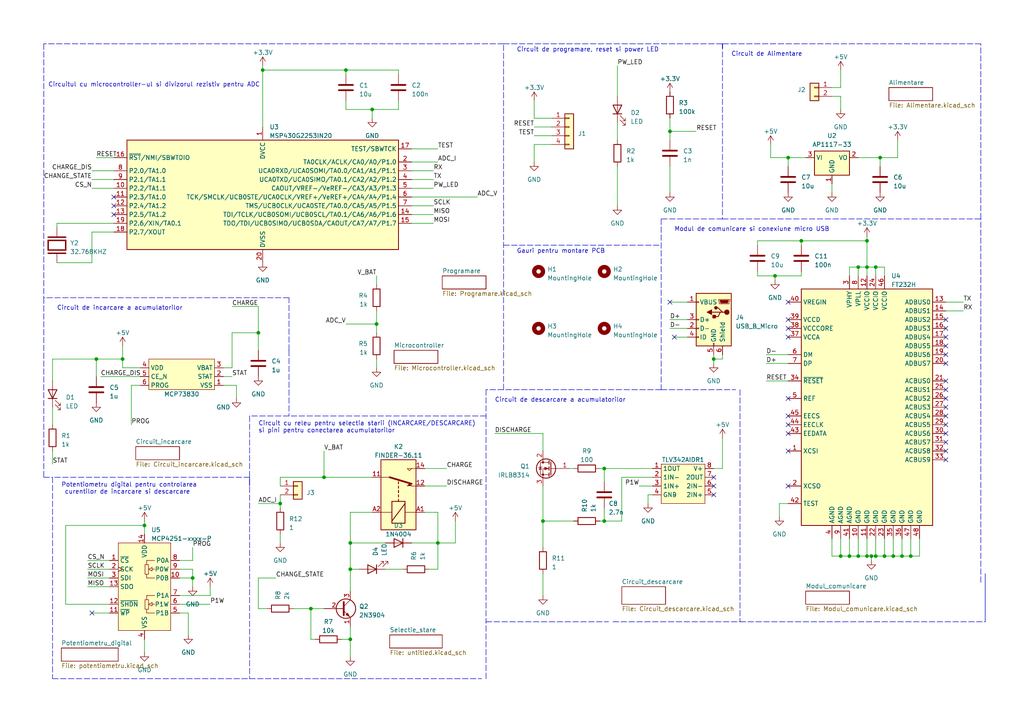
<source format=kicad_sch>
(kicad_sch (version 20230121) (generator eeschema)
  (paper "A4")
  (lib_symbols
    (symbol "ABS07-32.768KHZ-T:ABS07-32.768KHZ-T" (pin_numbers hide) (pin_names (offset 1.016) hide)
      (property "Reference" "Y" (at -5.08 3.81 0))
      (property "Value" "ABS07-32.768KHZ-T" (at -5.1054 -5.1054 0))
      (symbol "ABS07-32.768KHZ-T_0_0"
        (pin passive line (at -5.08 0 0) (length 2.54) (name "~") (number "1"))
        (pin passive line (at 5.08 0 180) (length 2.54) (name "~") (number "2"))
      )
    )
    (symbol "Connector:USB_B_Micro" (pin_names (offset 1.016))
      (property "Reference" "J" (at -5.08 11.43 0))
      (property "Value" "USB_B_Micro" (at -5.08 8.89 0))
      (symbol "USB_B_Micro_1_1"
        (pin power_out line (at 7.62 5.08 180) (length 2.54) (name "VBUS") (number "1"))
        (pin bidirectional line (at 7.62 -2.54 180) (length 2.54) (name "D-") (number "2"))
        (pin bidirectional line (at 7.62 0 180) (length 2.54) (name "D+") (number "3"))
        (pin passive line (at 7.62 -5.08 180) (length 2.54) (name "ID") (number "4"))
        (pin power_out line (at 0 -10.16 90) (length 2.54) (name "GND") (number "5"))
        (pin passive line (at -2.54 -10.16 90) (length 2.54) (name "Shield") (number "6"))
      )
    )
    (symbol "Connector_Generic:Conn_01x02" (pin_names (offset 1.016) hide)
      (property "Reference" "J" (at 0 2.54 0))
      (property "Value" "Conn_01x02" (at 0 -5.08 0))
      (symbol "Conn_01x02_1_1"
        (pin passive line (at -5.08 0 0) (length 3.81) (name "Pin_1") (number "1"))
        (pin passive line (at -5.08 -2.54 0) (length 3.81) (name "Pin_2") (number "2"))
      )
    )
    (symbol "Connector_Generic:Conn_01x04" (pin_names (offset 1.016) hide)
      (property "Reference" "J" (at 0 5.08 0))
      (property "Value" "Conn_01x04" (at 0 -7.62 0))
      (symbol "Conn_01x04_1_1"
        (pin passive line (at -5.08 2.54 0) (length 3.81) (name "Pin_1") (number "1"))
        (pin passive line (at -5.08 0 0) (length 3.81) (name "Pin_2") (number "2"))
        (pin passive line (at -5.08 -2.54 0) (length 3.81) (name "Pin_3") (number "3"))
        (pin passive line (at -5.08 -5.08 0) (length 3.81) (name "Pin_4") (number "4"))
      )
    )
    (symbol "Device:C" (pin_numbers hide) (pin_names (offset 0.254))
      (property "Reference" "C" (at 0.635 2.54 0))
      (property "Value" "C" (at 0.635 -2.54 0))
      (symbol "C_1_1"
        (pin passive line (at 0 3.81 270) (length 2.794) (name "~") (number "1"))
        (pin passive line (at 0 -3.81 90) (length 2.794) (name "~") (number "2"))
      )
    )
    (symbol "Device:LED" (pin_numbers hide) (pin_names (offset 1.016) hide)
      (property "Reference" "D" (at 0 2.54 0))
      (property "Value" "LED" (at 0 -2.54 0))
      (symbol "LED_1_1"
        (pin passive line (at -3.81 0 0) (length 2.54) (name "K") (number "1"))
        (pin passive line (at 3.81 0 180) (length 2.54) (name "A") (number "2"))
      )
    )
    (symbol "Device:R" (pin_numbers hide) (pin_names (offset 0))
      (property "Reference" "R" (at 2.032 0 90))
      (property "Value" "R" (at 0 0 90))
      (symbol "R_1_1"
        (pin passive line (at 0 3.81 270) (length 1.27) (name "~") (number "1"))
        (pin passive line (at 0 -3.81 90) (length 1.27) (name "~") (number "2"))
      )
    )
    (symbol "Diode:1N4004" (pin_numbers hide) (pin_names hide)
      (property "Reference" "D" (at 0 2.54 0))
      (property "Value" "1N4004" (at 0 -2.54 0))
      (symbol "1N4004_1_1"
        (pin passive line (at -3.81 0 0) (length 2.54) (name "K") (number "1"))
        (pin passive line (at 3.81 0 180) (length 2.54) (name "A") (number "2"))
      )
    )
    (symbol "Interface_USB:FT232H"
      (property "Reference" "U" (at -19.05 35.56 0))
      (property "Value" "FT232H" (at 12.7 35.56 0))
      (symbol "FT232H_1_1"
        (pin input line (at -22.86 -12.7 0) (length 3.81) (name "XCSI") (number "1"))
        (pin power_in line (at -2.54 -38.1 90) (length 3.81) (name "GND") (number "10"))
        (pin power_in line (at 0 -38.1 90) (length 3.81) (name "GND") (number "11"))
        (pin power_in line (at 0 38.1 270) (length 3.81) (name "VCCIO") (number "12"))
        (pin bidirectional line (at 22.86 30.48 180) (length 3.81) (name "ADBUS0") (number "13"))
        (pin bidirectional line (at 22.86 27.94 180) (length 3.81) (name "ADBUS1") (number "14"))
        (pin bidirectional line (at 22.86 25.4 180) (length 3.81) (name "ADBUS2") (number "15"))
        (pin bidirectional line (at 22.86 22.86 180) (length 3.81) (name "ADBUS3") (number "16"))
        (pin bidirectional line (at 22.86 20.32 180) (length 3.81) (name "ADBUS4") (number "17"))
        (pin bidirectional line (at 22.86 17.78 180) (length 3.81) (name "ADBUS5") (number "18"))
        (pin bidirectional line (at 22.86 15.24 180) (length 3.81) (name "ADBUS6") (number "19"))
        (pin output line (at -22.86 -22.86 0) (length 3.81) (name "XCSO") (number "2"))
        (pin bidirectional line (at 22.86 12.7 180) (length 3.81) (name "ADBUS7") (number "20"))
        (pin bidirectional line (at 22.86 7.62 180) (length 3.81) (name "ACBUS0") (number "21"))
        (pin power_in line (at 2.54 -38.1 90) (length 3.81) (name "GND") (number "22"))
        (pin power_in line (at 5.08 -38.1 90) (length 3.81) (name "GND") (number "23"))
        (pin power_in line (at 2.54 38.1 270) (length 3.81) (name "VCCIO") (number "24"))
        (pin bidirectional line (at 22.86 5.08 180) (length 3.81) (name "ACBUS1") (number "25"))
        (pin bidirectional line (at 22.86 2.54 180) (length 3.81) (name "ACBUS2") (number "26"))
        (pin bidirectional line (at 22.86 0 180) (length 3.81) (name "ACBUS3") (number "27"))
        (pin bidirectional line (at 22.86 -2.54 180) (length 3.81) (name "ACBUS4") (number "28"))
        (pin bidirectional line (at 22.86 -5.08 180) (length 3.81) (name "ACBUS5") (number "29"))
        (pin power_in line (at -5.08 38.1 270) (length 3.81) (name "VPHY") (number "3"))
        (pin bidirectional line (at 22.86 -7.62 180) (length 3.81) (name "ACBUS6") (number "30"))
        (pin bidirectional line (at 22.86 -10.16 180) (length 3.81) (name "ACBUS7") (number "31"))
        (pin bidirectional line (at 22.86 -12.7 180) (length 3.81) (name "ACBUS8") (number "32"))
        (pin bidirectional line (at 22.86 -15.24 180) (length 3.81) (name "ACBUS9") (number "33"))
        (pin input line (at -22.86 7.62 0) (length 3.81) (name "~{RESET}") (number "34"))
        (pin power_in line (at 7.62 -38.1 90) (length 3.81) (name "GND") (number "35"))
        (pin power_in line (at 10.16 -38.1 90) (length 3.81) (name "GND") (number "36"))
        (pin power_out line (at -22.86 20.32 0) (length 3.81) (name "VCCA") (number "37"))
        (pin power_out line (at -22.86 22.86 0) (length 3.81) (name "VCCCORE") (number "38"))
        (pin power_in line (at -22.86 25.4 0) (length 3.81) (name "VCCD") (number "39"))
        (pin power_in line (at -10.16 -38.1 90) (length 3.81) (name "AGND") (number "4"))
        (pin power_in line (at -22.86 30.48 0) (length 3.81) (name "VREGIN") (number "40"))
        (pin power_in line (at -5.08 -38.1 90) (length 3.81) (name "AGND") (number "41"))
        (pin input line (at -22.86 -27.94 0) (length 3.81) (name "TEST") (number "42"))
        (pin bidirectional line (at -22.86 -7.62 0) (length 3.81) (name "EEDATA") (number "43"))
        (pin input line (at -22.86 -5.08 0) (length 3.81) (name "EECLK") (number "44"))
        (pin input line (at -22.86 -2.54 0) (length 3.81) (name "EECS") (number "45"))
        (pin power_in line (at 5.08 38.1 270) (length 3.81) (name "VCCIO") (number "46"))
        (pin power_in line (at 12.7 -38.1 90) (length 3.81) (name "GND") (number "47"))
        (pin power_in line (at 15.24 -38.1 90) (length 3.81) (name "GND") (number "48"))
        (pin input line (at -22.86 2.54 0) (length 3.81) (name "REF") (number "5"))
        (pin bidirectional line (at -22.86 15.24 0) (length 3.81) (name "DM") (number "6"))
        (pin bidirectional line (at -22.86 12.7 0) (length 3.81) (name "DP") (number "7"))
        (pin power_in line (at -2.54 38.1 270) (length 3.81) (name "VPLL") (number "8"))
        (pin power_in line (at -7.62 -38.1 90) (length 3.81) (name "AGND") (number "9"))
      )
    )
    (symbol "MCU_Texas_MSP430:MSP430G2253IN20"
      (property "Reference" "U" (at -38.1 17.78 0))
      (property "Value" "MSP430G2253IN20" (at 31.75 -16.51 0))
      (symbol "MSP430G2253IN20_1_1"
        (pin power_in line (at 0 20.32 270) (length 3.81) (name "DVCC") (number "1"))
        (pin bidirectional line (at -43.18 2.54 0) (length 3.81) (name "P2.2/TA1.1") (number "10"))
        (pin bidirectional line (at -43.18 0 0) (length 3.81) (name "P2.3/TA1.0") (number "11"))
        (pin bidirectional line (at -43.18 -2.54 0) (length 3.81) (name "P2.4/TA1.2") (number "12"))
        (pin bidirectional line (at -43.18 -5.08 0) (length 3.81) (name "P2.5/TA1.2") (number "13"))
        (pin bidirectional line (at 43.18 -5.08 180) (length 3.81) (name "TDI/TCLK/UCB0SOMI/UCB0SCL/TA0.1/CA6/A6/P1.6") (number "14"))
        (pin bidirectional line (at 43.18 -7.62 180) (length 3.81) (name "TDO/TDI/UCB0SIMO/UCB0SDA/CAOUT/CA7/A7/P1.7") (number "15"))
        (pin input line (at -43.18 11.43 0) (length 3.81) (name "~{RST}/NMI/SBWTDIO") (number "16"))
        (pin input line (at 43.18 13.97 180) (length 3.81) (name "TEST/SBWTCK") (number "17"))
        (pin bidirectional line (at -43.18 -10.16 0) (length 3.81) (name "P2.7/XOUT") (number "18"))
        (pin bidirectional line (at -43.18 -7.62 0) (length 3.81) (name "P2.6/XIN/TA0.1") (number "19"))
        (pin bidirectional line (at 43.18 10.16 180) (length 3.81) (name "TA0CLK/ACLK/CA0/A0/P1.0") (number "2"))
        (pin power_in line (at 0 -19.05 90) (length 3.81) (name "DVSS") (number "20"))
        (pin bidirectional line (at 43.18 7.62 180) (length 3.81) (name "UCA0RXD/UCA0SOMI/TA0.0/CA1/A1/P1.1") (number "3"))
        (pin bidirectional line (at 43.18 5.08 180) (length 3.81) (name "UCA0TXD/UCA0SIMO/TA0.1/CA2/A2/P1.2") (number "4"))
        (pin bidirectional line (at 43.18 2.54 180) (length 3.81) (name "CAOUT/VREF-/VeREF-/CA3/A3/P1.3") (number "5"))
        (pin bidirectional line (at 43.18 0 180) (length 3.81) (name "TCK/SMCLK/UCB0STE/UCA0CLK/VREF+/VeREF+/CA4/A4/P1.4") (number "6"))
        (pin bidirectional line (at 43.18 -2.54 180) (length 3.81) (name "TMS/UCB0CLK/UCA0STE/TA0.0/CA5/A5/P1.5") (number "7"))
        (pin bidirectional line (at -43.18 7.62 0) (length 3.81) (name "P2.0/TA1.0") (number "8"))
        (pin bidirectional line (at -43.18 5.08 0) (length 3.81) (name "P2.1/TA1.1") (number "9"))
      )
    )
    (symbol "Mechanical:MountingHole" (pin_names (offset 1.016))
      (property "Reference" "H" (at 0 5.08 0))
      (property "Value" "MountingHole" (at 0 3.175 0))
    )
    (symbol "My_library:MCP73830"
      (property "Reference" "MCP73830" (at 6.985 5.08 0))
      (property "Value" "~" (at 0 0 0))
      (symbol "MCP73830_1_1"
        (pin power_in line (at -5.08 2.54 0) (length 2.54) (name "VSS") (number "1"))
        (pin output line (at -5.08 0 0) (length 2.54) (name "STAT") (number "2"))
        (pin output line (at -5.08 -2.54 0) (length 2.54) (name "VBAT") (number "3"))
        (pin power_in line (at 19.05 -2.54 180) (length 2.54) (name "VDD") (number "4"))
        (pin input line (at 19.05 0 180) (length 2.54) (name "CE_N") (number "5"))
        (pin bidirectional line (at 19.05 2.54 180) (length 2.54) (name "PROG") (number "6"))
      )
    )
    (symbol "My_library:TLV342"
      (property "Reference" "TLV1" (at 6.35 7.62 0))
      (property "Value" "~" (at 3.81 -2.54 0))
      (symbol "TLV342_1_1"
        (pin output line (at -2.54 5.08 0) (length 2.54) (name "1OUT") (number "1"))
        (pin input line (at -2.54 2.54 0) (length 2.54) (name "1IN-") (number "2"))
        (pin input line (at -2.54 0 0) (length 2.54) (name "1IN+") (number "3"))
        (pin power_in line (at -2.54 -2.54 0) (length 2.54) (name "GND") (number "4"))
        (pin input line (at 15.24 -2.54 180) (length 2.54) (name "2IN+") (number "5"))
        (pin input line (at 15.24 0 180) (length 2.54) (name "2IN-") (number "6"))
        (pin output line (at 15.24 2.54 180) (length 2.54) (name "2OUT") (number "7"))
        (pin power_in line (at 15.24 5.08 180) (length 2.54) (name "V+") (number "8"))
      )
    )
    (symbol "Potentiometer_Digital:MCP4251-xxxx-P"
      (property "Reference" "U" (at -0.508 18.288 0))
      (property "Value" "MCP4251-xxxx-P" (at -0.508 20.32 0))
      (symbol "MCP4251-xxxx-P_1_1"
        (pin input line (at -10.16 7.62 0) (length 2.54) (name "~{CS}") (number "1"))
        (pin passive line (at 10.16 2.54 180) (length 2.54) (name "P0B") (number "10"))
        (pin input line (at -10.16 -7.62 0) (length 2.54) (name "~{WP}") (number "11"))
        (pin input line (at -10.16 -5.08 0) (length 2.54) (name "~{SHDN}") (number "12"))
        (pin output line (at -10.16 0 0) (length 2.54) (name "SDO") (number "13"))
        (pin power_in line (at 0 15.24 270) (length 2.54) (name "VDD") (number "14"))
        (pin input clock (at -10.16 5.08 0) (length 2.54) (name "SCK") (number "2"))
        (pin input line (at -10.16 2.54 0) (length 2.54) (name "SDI") (number "3"))
        (pin power_in line (at 0 -15.24 90) (length 2.54) (name "VSS") (number "4"))
        (pin passive line (at 10.16 -7.62 180) (length 2.54) (name "P1B") (number "5"))
        (pin passive line (at 10.16 -5.08 180) (length 2.54) (name "P1W") (number "6"))
        (pin passive line (at 10.16 -2.54 180) (length 2.54) (name "P1A") (number "7"))
        (pin passive line (at 10.16 7.62 180) (length 2.54) (name "P0A") (number "8"))
        (pin passive line (at 10.16 5.08 180) (length 2.54) (name "P0W") (number "9"))
      )
    )
    (symbol "Regulator_Linear:AP1117-33"
      (property "Reference" "U" (at -3.81 3.175 0))
      (property "Value" "AP1117-33" (at 0 3.175 0))
      (symbol "AP1117-33_1_1"
        (pin power_in line (at 0 -7.62 90) (length 2.54) (name "GND") (number "1"))
        (pin power_out line (at 7.62 0 180) (length 2.54) (name "VO") (number "2"))
        (pin power_in line (at -7.62 0 0) (length 2.54) (name "VI") (number "3"))
      )
    )
    (symbol "Relay:FINDER-36.11"
      (property "Reference" "K" (at 11.43 3.81 0))
      (property "Value" "FINDER-36.11" (at 11.43 1.27 0))
      (symbol "FINDER-36.11_1_1"
        (pin passive line (at 5.08 -7.62 90) (length 2.54) (name "~") (number "11"))
        (pin passive line (at 2.54 7.62 270) (length 2.54) (name "~") (number "12"))
        (pin passive line (at 7.62 7.62 270) (length 2.54) (name "~") (number "14"))
        (pin passive line (at -5.08 7.62 270) (length 2.54) (name "~") (number "A1"))
        (pin passive line (at -5.08 -7.62 90) (length 2.54) (name "~") (number "A2"))
      )
    )
    (symbol "Transistor_BJT:2N3904" (pin_names (offset 0) hide)
      (property "Reference" "Q" (at 5.08 1.905 0))
      (property "Value" "2N3904" (at 5.08 0 0))
      (symbol "2N3904_1_1"
        (pin passive line (at 2.54 -5.08 90) (length 2.54) (name "E") (number "1"))
        (pin passive line (at -5.08 0 0) (length 5.715) (name "B") (number "2"))
        (pin passive line (at 2.54 5.08 270) (length 2.54) (name "C") (number "3"))
      )
    )
    (symbol "Transistor_FET:IRLB8721PBF" (pin_names hide)
      (property "Reference" "Q" (at 6.35 1.905 0))
      (property "Value" "IRLB8721PBF" (at 6.35 0 0))
      (symbol "IRLB8721PBF_1_1"
        (pin input line (at -5.08 0 0) (length 2.54) (name "G") (number "1"))
        (pin passive line (at 2.54 5.08 270) (length 2.54) (name "D") (number "2"))
        (pin passive line (at 2.54 -5.08 90) (length 2.54) (name "S") (number "3"))
      )
    )
    (symbol "power:+3.3V" (power) (pin_names (offset 0))
      (property "Value" "+3.3V" (at 0 3.556 0))
      (symbol "+3.3V_1_1"
        (pin power_in line (at 0 0 90) (length 0) hide (name "+3.3V") (number "1"))
      )
    )
    (symbol "power:+5V" (power) (pin_names (offset 0))
      (property "Value" "+5V" (at 0 3.556 0))
      (symbol "+5V_1_1"
        (pin power_in line (at 0 0 90) (length 0) hide (name "+5V") (number "1"))
      )
    )
    (symbol "power:GND" (power) (pin_names (offset 0))
      (property "Value" "GND" (at 0 -3.81 0))
      (symbol "GND_1_1"
        (pin power_in line (at 0 0 270) (length 0) hide (name "GND") (number "1"))
      )
    )
  )
  (junction (at 27.94 104.14))
  (junction (at 101.6 157.48))
  (junction (at 248.92 161.29))
  (junction (at 93.98 138.43))
  (junction (at 101.6 165.1))
  (junction (at 256.54 161.29))
  (junction (at 252.73 161.29))
  (junction (at 232.41 69.85))
  (junction (at 194.31 38.1))
  (junction (at 248.92 77.47))
  (junction (at 35.56 104.14))
  (junction (at 127 157.48))
  (junction (at 175.26 135.89))
  (junction (at 261.62 161.29))
  (junction (at 74.93 96.52))
  (junction (at 101.6 185.42))
  (junction (at 224.79 80.01))
  (junction (at 175.26 151.13))
  (junction (at 228.6 45.72))
  (junction (at 254 77.47))
  (junction (at 81.28 146.05))
  (junction (at 157.48 151.13))
  (junction (at 255.27 45.72))
  (junction (at 109.22 93.98))
  (junction (at 259.08 161.29))
  (junction (at 41.91 152.4))
  (junction (at 264.16 161.29))
  (junction (at 251.46 69.85))
  (junction (at 100.33 20.32))
  (junction (at 254 161.29))
  (junction (at 55.88 167.64))
  (junction (at 246.38 161.29))
  (junction (at 90.17 176.53))
  (junction (at 207.01 104.14))
  (junction (at 243.84 161.29))
  (junction (at 76.2 20.32))
  (junction (at 107.95 31.75))
  (junction (at 251.46 161.29))
  (junction (at 251.46 77.47))
  (no_connect (at 228.6 95.25))
  (no_connect (at 228.6 125.73))
  (no_connect (at 274.32 123.19))
  (no_connect (at 195.58 97.79))
  (no_connect (at 33.02 57.15))
  (no_connect (at 228.6 92.71))
  (no_connect (at 207.01 143.51))
  (no_connect (at 274.32 95.25))
  (no_connect (at 228.6 130.81))
  (no_connect (at 274.32 125.73))
  (no_connect (at 228.6 87.63))
  (no_connect (at 33.02 62.23))
  (no_connect (at 274.32 115.57))
  (no_connect (at 228.6 140.97))
  (no_connect (at 274.32 113.03))
  (no_connect (at 274.32 92.71))
  (no_connect (at 228.6 97.79))
  (no_connect (at 274.32 130.81))
  (no_connect (at 228.6 115.57))
  (no_connect (at 207.01 138.43))
  (no_connect (at 274.32 133.35))
  (no_connect (at 26.67 177.8))
  (no_connect (at 274.32 120.65))
  (no_connect (at 274.32 110.49))
  (no_connect (at 228.6 120.65))
  (no_connect (at 274.32 128.27))
  (no_connect (at 228.6 123.19))
  (no_connect (at 274.32 105.41))
  (no_connect (at 194.31 87.63))
  (no_connect (at 207.01 140.97))
  (no_connect (at 274.32 118.11))
  (no_connect (at 274.32 102.87))
  (no_connect (at 274.32 97.79))
  (no_connect (at 274.32 100.33))
  (no_connect (at 33.02 59.69))
  (polyline (pts (xy 83.82 86.36) (xy 12.7 86.36)) (stroke (width 0) (type dash)))
  (wire (pts (xy 194.31 87.63) (xy 199.39 87.63)))
  (polyline (pts (xy 285.75 180.34) (xy 285.75 166.37)))
  (wire (pts (xy 185.42 140.97) (xy 189.23 140.97)))
  (wire (pts (xy 74.93 88.9) (xy 74.93 96.52)))
  (wire (pts (xy 187.96 143.51) (xy 189.23 143.51)))
  (wire (pts (xy 157.48 125.73) (xy 157.48 130.81)))
  (wire (pts (xy 101.6 181.61) (xy 101.6 185.42)))
  (polyline (pts (xy 72.39 120.65) (xy 72.39 196.85)) (stroke (width 0) (type dash)))
  (wire (pts (xy 119.38 62.23) (xy 125.73 62.23)))
  (wire (pts (xy 119.38 57.15) (xy 138.43 57.15)))
  (wire (pts (xy 154.94 39.37) (xy 160.02 39.37)))
  (wire (pts (xy 166.37 151.13) (xy 157.48 151.13)))
  (wire (pts (xy 266.7 156.21) (xy 266.7 161.29)))
  (wire (pts (xy 41.91 152.4) (xy 41.91 154.94)))
  (wire (pts (xy 251.46 69.85) (xy 251.46 77.47)))
  (wire (pts (xy 256.54 161.29) (xy 259.08 161.29)))
  (wire (pts (xy 100.33 31.75) (xy 107.95 31.75)))
  (polyline (pts (xy 83.82 101.6) (xy 83.82 86.36)) (stroke (width 0) (type dash)))
  (wire (pts (xy 194.31 95.25) (xy 199.39 95.25)))
  (wire (pts (xy 243.84 20.32) (xy 243.84 25.4)))
  (wire (pts (xy 16.51 66.04) (xy 16.51 64.77)))
  (wire (pts (xy 111.76 165.1) (xy 116.84 165.1)))
  (wire (pts (xy 261.62 161.29) (xy 264.16 161.29)))
  (wire (pts (xy 224.79 80.01) (xy 232.41 80.01)))
  (wire (pts (xy 219.71 80.01) (xy 219.71 78.74)))
  (wire (pts (xy 35.56 104.14) (xy 35.56 106.68)))
  (wire (pts (xy 248.92 77.47) (xy 248.92 80.01)))
  (wire (pts (xy 248.92 156.21) (xy 248.92 161.29)))
  (wire (pts (xy 74.93 176.53) (xy 77.47 176.53)))
  (wire (pts (xy 107.95 34.29) (xy 107.95 31.75)))
  (wire (pts (xy 232.41 71.12) (xy 232.41 69.85)))
  (wire (pts (xy 132.08 151.13) (xy 132.08 157.48)))
  (wire (pts (xy 107.95 31.75) (xy 115.57 31.75)))
  (polyline (pts (xy 214.63 180.34) (xy 285.75 180.34)) (stroke (width 0) (type dash)))
  (wire (pts (xy 251.46 161.29) (xy 252.73 161.29)))
  (wire (pts (xy 165.1 135.89) (xy 166.37 135.89)))
  (wire (pts (xy 52.07 175.26) (xy 60.96 175.26)))
  (wire (pts (xy 16.51 64.77) (xy 33.02 64.77)))
  (wire (pts (xy 64.77 109.22) (xy 67.31 109.22)))
  (wire (pts (xy 115.57 21.59) (xy 115.57 20.32)))
  (wire (pts (xy 90.17 185.42) (xy 91.44 185.42)))
  (wire (pts (xy 123.19 135.89) (xy 129.54 135.89)))
  (wire (pts (xy 15.24 104.14) (xy 15.24 110.49)))
  (wire (pts (xy 74.93 167.64) (xy 74.93 176.53)))
  (wire (pts (xy 127 157.48) (xy 127 165.1)))
  (wire (pts (xy 194.31 38.1) (xy 194.31 40.64)))
  (wire (pts (xy 187.96 146.05) (xy 187.96 143.51)))
  (wire (pts (xy 93.98 138.43) (xy 81.28 138.43)))
  (wire (pts (xy 233.68 45.72) (xy 228.6 45.72)))
  (wire (pts (xy 194.31 34.29) (xy 194.31 38.1)))
  (wire (pts (xy 157.48 151.13) (xy 157.48 158.75)))
  (wire (pts (xy 248.92 161.29) (xy 251.46 161.29)))
  (polyline (pts (xy 72.39 196.85) (xy 139.7 196.85)) (stroke (width 0) (type dash)))
  (polyline (pts (xy 146.05 12.7) (xy 209.55 12.7)) (stroke (width 0) (type dash)))
  (wire (pts (xy 64.77 111.76) (xy 68.58 111.76)))
  (wire (pts (xy 81.28 138.43) (xy 81.28 140.97)))
  (wire (pts (xy 27.94 104.14) (xy 27.94 109.22)))
  (wire (pts (xy 223.52 45.72) (xy 228.6 45.72)))
  (wire (pts (xy 252.73 161.29) (xy 254 161.29)))
  (wire (pts (xy 52.07 162.56) (xy 55.88 162.56)))
  (wire (pts (xy 228.6 146.05) (xy 226.06 146.05)))
  (wire (pts (xy 175.26 135.89) (xy 175.26 139.7)))
  (wire (pts (xy 223.52 41.91) (xy 223.52 45.72)))
  (wire (pts (xy 74.93 96.52) (xy 67.31 96.52)))
  (wire (pts (xy 224.79 81.28) (xy 224.79 80.01)))
  (wire (pts (xy 27.94 45.72) (xy 33.02 45.72)))
  (wire (pts (xy 259.08 161.29) (xy 261.62 161.29)))
  (wire (pts (xy 160.02 41.91) (xy 154.94 41.91)))
  (wire (pts (xy 255.27 45.72) (xy 260.35 45.72)))
  (wire (pts (xy 26.67 76.2) (xy 26.67 67.31)))
  (wire (pts (xy 55.88 167.64) (xy 55.88 170.18)))
  (wire (pts (xy 25.4 170.18) (xy 31.75 170.18)))
  (wire (pts (xy 195.58 97.79) (xy 199.39 97.79)))
  (wire (pts (xy 254 77.47) (xy 251.46 77.47)))
  (wire (pts (xy 261.62 156.21) (xy 261.62 161.29)))
  (wire (pts (xy 67.31 88.9) (xy 74.93 88.9)))
  (wire (pts (xy 101.6 185.42) (xy 101.6 190.5)))
  (wire (pts (xy 119.38 64.77) (xy 125.73 64.77)))
  (wire (pts (xy 255.27 45.72) (xy 255.27 48.26)))
  (wire (pts (xy 31.75 175.26) (xy 19.05 175.26)))
  (wire (pts (xy 180.34 138.43) (xy 189.23 138.43)))
  (polyline (pts (xy 209.55 12.7) (xy 209.55 63.5)) (stroke (width 0) (type dash)))
  (wire (pts (xy 194.31 92.71) (xy 199.39 92.71)))
  (wire (pts (xy 81.28 154.94) (xy 81.28 157.48)))
  (wire (pts (xy 109.22 90.17) (xy 109.22 93.98)))
  (wire (pts (xy 123.19 148.59) (xy 127 148.59)))
  (wire (pts (xy 119.38 52.07) (xy 125.73 52.07)))
  (polyline (pts (xy 12.7 12.7) (xy 12.7 86.36)) (stroke (width 0) (type dash)))
  (wire (pts (xy 26.67 177.8) (xy 31.75 177.8)))
  (wire (pts (xy 173.99 151.13) (xy 175.26 151.13)))
  (wire (pts (xy 100.33 20.32) (xy 76.2 20.32)))
  (wire (pts (xy 25.4 167.64) (xy 31.75 167.64)))
  (wire (pts (xy 74.93 96.52) (xy 74.93 101.6)))
  (wire (pts (xy 243.84 161.29) (xy 246.38 161.29)))
  (wire (pts (xy 219.71 80.01) (xy 224.79 80.01)))
  (wire (pts (xy 26.67 54.61) (xy 33.02 54.61)))
  (wire (pts (xy 219.71 69.85) (xy 219.71 71.12)))
  (wire (pts (xy 109.22 80.01) (xy 109.22 82.55)))
  (wire (pts (xy 157.48 140.97) (xy 157.48 151.13)))
  (polyline (pts (xy 209.55 12.7) (xy 209.55 13.97)))
  (wire (pts (xy 241.3 161.29) (xy 243.84 161.29)))
  (polyline (pts (xy 191.77 113.03) (xy 140.97 113.03)) (stroke (width 0) (type dash)))
  (wire (pts (xy 64.77 106.68) (xy 67.31 106.68)))
  (wire (pts (xy 119.38 157.48) (xy 127 157.48)))
  (wire (pts (xy 93.98 130.81) (xy 93.98 138.43)))
  (wire (pts (xy 222.25 110.49) (xy 228.6 110.49)))
  (wire (pts (xy 55.88 165.1) (xy 55.88 167.64)))
  (wire (pts (xy 107.95 148.59) (xy 101.6 148.59)))
  (wire (pts (xy 194.31 48.26) (xy 194.31 55.88)))
  (wire (pts (xy 232.41 69.85) (xy 251.46 69.85)))
  (wire (pts (xy 209.55 102.87) (xy 209.55 104.14)))
  (wire (pts (xy 256.54 80.01) (xy 256.54 77.47)))
  (wire (pts (xy 41.91 151.13) (xy 41.91 152.4)))
  (wire (pts (xy 54.61 177.8) (xy 54.61 184.15)))
  (wire (pts (xy 194.31 38.1) (xy 201.93 38.1)))
  (wire (pts (xy 173.99 135.89) (xy 175.26 135.89)))
  (wire (pts (xy 15.24 130.81) (xy 15.24 134.62)))
  (wire (pts (xy 35.56 104.14) (xy 27.94 104.14)))
  (wire (pts (xy 175.26 151.13) (xy 180.34 151.13)))
  (wire (pts (xy 26.67 67.31) (xy 33.02 67.31)))
  (wire (pts (xy 16.51 76.2) (xy 26.67 76.2)))
  (wire (pts (xy 124.46 165.1) (xy 127 165.1)))
  (wire (pts (xy 222.25 102.87) (xy 228.6 102.87)))
  (wire (pts (xy 232.41 78.74) (xy 232.41 80.01)))
  (wire (pts (xy 52.07 177.8) (xy 54.61 177.8)))
  (wire (pts (xy 26.67 52.07) (xy 33.02 52.07)))
  (wire (pts (xy 99.06 185.42) (xy 101.6 185.42)))
  (wire (pts (xy 246.38 161.29) (xy 248.92 161.29)))
  (wire (pts (xy 209.55 127) (xy 209.55 135.89)))
  (polyline (pts (xy 140.97 113.03) (xy 140.97 180.34)) (stroke (width 0) (type dash)))
  (wire (pts (xy 254 161.29) (xy 256.54 161.29)))
  (wire (pts (xy 119.38 59.69) (xy 125.73 59.69)))
  (wire (pts (xy 180.34 151.13) (xy 180.34 138.43)))
  (wire (pts (xy 241.3 27.94) (xy 243.84 27.94)))
  (wire (pts (xy 76.2 20.32) (xy 76.2 19.05)))
  (polyline (pts (xy 83.82 101.6) (xy 83.82 120.65)) (stroke (width 0) (type dash)))
  (wire (pts (xy 100.33 31.75) (xy 100.33 29.21)))
  (wire (pts (xy 246.38 80.01) (xy 246.38 77.47)))
  (wire (pts (xy 154.94 36.83) (xy 160.02 36.83)))
  (polyline (pts (xy 72.39 140.97) (xy 72.39 138.43)))
  (wire (pts (xy 157.48 166.37) (xy 157.48 172.72)))
  (wire (pts (xy 232.41 69.85) (xy 219.71 69.85)))
  (polyline (pts (xy 15.24 138.43) (xy 15.24 196.85)) (stroke (width 0) (type dash)))
  (polyline (pts (xy 140.97 120.65) (xy 72.39 120.65)) (stroke (width 0) (type dash)))
  (polyline (pts (xy 284.48 168.91) (xy 284.48 63.5)) (stroke (width 0) (type dash)))
  (wire (pts (xy 33.02 49.53) (xy 26.67 49.53)))
  (wire (pts (xy 27.94 104.14) (xy 15.24 104.14)))
  (wire (pts (xy 143.51 125.73) (xy 157.48 125.73)))
  (wire (pts (xy 127 157.48) (xy 132.08 157.48)))
  (wire (pts (xy 19.05 152.4) (xy 41.91 152.4)))
  (wire (pts (xy 101.6 148.59) (xy 101.6 157.48)))
  (wire (pts (xy 228.6 45.72) (xy 228.6 48.26)))
  (polyline (pts (xy 209.55 12.7) (xy 209.55 13.97)))
  (wire (pts (xy 209.55 104.14) (xy 207.01 104.14)))
  (polyline (pts (xy 72.39 138.43) (xy 15.24 138.43)) (stroke (width 0) (type dash)))
  (wire (pts (xy 25.4 162.56) (xy 31.75 162.56)))
  (wire (pts (xy 90.17 176.53) (xy 90.17 185.42)))
  (wire (pts (xy 100.33 20.32) (xy 115.57 20.32)))
  (polyline (pts (xy 191.77 113.03) (xy 213.36 113.03)) (stroke (width 0) (type dash)))
  (wire (pts (xy 175.26 135.89) (xy 189.23 135.89)))
  (wire (pts (xy 254 156.21) (xy 254 161.29)))
  (wire (pts (xy 119.38 43.18) (xy 127 43.18)))
  (wire (pts (xy 251.46 80.01) (xy 251.46 77.47)))
  (wire (pts (xy 74.93 146.05) (xy 81.28 146.05)))
  (wire (pts (xy 251.46 156.21) (xy 251.46 161.29)))
  (wire (pts (xy 29.21 109.22) (xy 40.64 109.22)))
  (wire (pts (xy 264.16 156.21) (xy 264.16 161.29)))
  (wire (pts (xy 207.01 104.14) (xy 207.01 102.87)))
  (polyline (pts (xy 146.05 71.12) (xy 191.77 71.12)) (stroke (width 0) (type dash)))
  (polyline (pts (xy 191.77 63.5) (xy 191.77 113.03)) (stroke (width 0) (type dash)))
  (wire (pts (xy 25.4 165.1) (xy 31.75 165.1)))
  (wire (pts (xy 251.46 68.58) (xy 251.46 69.85)))
  (wire (pts (xy 241.3 25.4) (xy 243.84 25.4)))
  (wire (pts (xy 246.38 156.21) (xy 246.38 161.29)))
  (polyline (pts (xy 140.97 196.85) (xy 140.97 180.34)) (stroke (width 0) (type dash)))
  (wire (pts (xy 35.56 100.33) (xy 35.56 104.14)))
  (wire (pts (xy 252.73 162.56) (xy 252.73 161.29)))
  (wire (pts (xy 80.01 167.64) (xy 74.93 167.64)))
  (polyline (pts (xy 177.8 180.34) (xy 214.63 180.34)) (stroke (width 0) (type dash)))
  (wire (pts (xy 60.96 170.18) (xy 60.96 172.72)))
  (wire (pts (xy 243.84 27.94) (xy 243.84 31.75)))
  (wire (pts (xy 81.28 143.51) (xy 81.28 146.05)))
  (wire (pts (xy 119.38 54.61) (xy 125.73 54.61)))
  (wire (pts (xy 274.32 90.17) (xy 279.4 90.17)))
  (polyline (pts (xy 140.97 180.34) (xy 176.53 180.34)) (stroke (width 0) (type dash)))
  (wire (pts (xy 254 80.01) (xy 254 77.47)))
  (polyline (pts (xy 177.8 180.34) (xy 177.8 180.34)) (stroke (width 0) (type dash)))
  (wire (pts (xy 179.07 19.05) (xy 179.07 27.94)))
  (polyline (pts (xy 12.7 138.43) (xy 15.24 138.43)) (stroke (width 0) (type dash)))
  (wire (pts (xy 251.46 77.47) (xy 248.92 77.47)))
  (wire (pts (xy 160.02 34.29) (xy 154.94 34.29)))
  (wire (pts (xy 52.07 167.64) (xy 55.88 167.64)))
  (wire (pts (xy 76.2 20.32) (xy 76.2 36.83)))
  (wire (pts (xy 81.28 146.05) (xy 81.28 147.32)))
  (wire (pts (xy 109.22 106.68) (xy 109.22 104.14)))
  (wire (pts (xy 154.94 41.91) (xy 154.94 46.99)))
  (wire (pts (xy 222.25 105.41) (xy 228.6 105.41)))
  (polyline (pts (xy 209.55 63.5) (xy 284.48 63.5)) (stroke (width 0) (type dash)))
  (wire (pts (xy 41.91 185.42) (xy 41.91 189.23)))
  (wire (pts (xy 101.6 157.48) (xy 101.6 165.1)))
  (wire (pts (xy 93.98 176.53) (xy 90.17 176.53)))
  (wire (pts (xy 175.26 147.32) (xy 175.26 151.13)))
  (wire (pts (xy 246.38 77.47) (xy 248.92 77.47)))
  (polyline (pts (xy 284.48 63.5) (xy 284.48 12.7)) (stroke (width 0) (type dash)))
  (wire (pts (xy 179.07 48.26) (xy 179.07 59.69)))
  (wire (pts (xy 256.54 156.21) (xy 256.54 161.29)))
  (wire (pts (xy 256.54 77.47) (xy 254 77.47)))
  (wire (pts (xy 179.07 35.56) (xy 179.07 40.64)))
  (wire (pts (xy 40.64 106.68) (xy 35.56 106.68)))
  (polyline (pts (xy 146.05 12.7) (xy 12.7 12.7)) (stroke (width 0) (type dash)))
  (wire (pts (xy 52.07 172.72) (xy 60.96 172.72)))
  (wire (pts (xy 19.05 175.26) (xy 19.05 152.4)))
  (wire (pts (xy 101.6 165.1) (xy 104.14 165.1)))
  (wire (pts (xy 68.58 111.76) (xy 68.58 115.57)))
  (wire (pts (xy 55.88 158.75) (xy 55.88 162.56)))
  (wire (pts (xy 40.64 111.76) (xy 38.1 111.76)))
  (wire (pts (xy 259.08 156.21) (xy 259.08 161.29)))
  (wire (pts (xy 241.3 55.88) (xy 241.3 53.34)))
  (wire (pts (xy 260.35 40.64) (xy 260.35 45.72)))
  (wire (pts (xy 207.01 135.89) (xy 209.55 135.89)))
  (polyline (pts (xy 15.24 196.85) (xy 72.39 196.85)) (stroke (width 0) (type dash)))
  (wire (pts (xy 264.16 161.29) (xy 266.7 161.29)))
  (wire (pts (xy 67.31 106.68) (xy 67.31 96.52)))
  (wire (pts (xy 119.38 49.53) (xy 125.73 49.53)))
  (polyline (pts (xy 12.7 86.36) (xy 12.7 138.43)) (stroke (width 0) (type dash)))
  (wire (pts (xy 100.33 20.32) (xy 100.33 21.59)))
  (polyline (pts (xy 284.48 12.7) (xy 209.55 12.7)) (stroke (width 0) (type dash)))
  (wire (pts (xy 274.32 87.63) (xy 279.4 87.63)))
  (polyline (pts (xy 214.63 113.03) (xy 214.63 180.34)) (stroke (width 0) (type dash)))
  (wire (pts (xy 241.3 156.21) (xy 241.3 161.29)))
  (wire (pts (xy 127 148.59) (xy 127 157.48)))
  (polyline (pts (xy 146.05 113.03) (xy 146.05 12.7)) (stroke (width 0) (type dash)))
  (wire (pts (xy 101.6 157.48) (xy 111.76 157.48)))
  (wire (pts (xy 109.22 93.98) (xy 100.33 93.98)))
  (wire (pts (xy 248.92 45.72) (xy 255.27 45.72)))
  (wire (pts (xy 207.01 105.41) (xy 207.01 104.14)))
  (polyline (pts (xy 209.55 63.5) (xy 191.77 63.5)) (stroke (width 0) (type dash)))
  (wire (pts (xy 38.1 111.76) (xy 38.1 123.19)))
  (wire (pts (xy 52.07 165.1) (xy 55.88 165.1)))
  (wire (pts (xy 85.09 176.53) (xy 90.17 176.53)))
  (wire (pts (xy 226.06 146.05) (xy 226.06 149.86)))
  (wire (pts (xy 154.94 29.21) (xy 154.94 34.29)))
  (wire (pts (xy 15.24 118.11) (xy 15.24 123.19)))
  (wire (pts (xy 115.57 31.75) (xy 115.57 29.21)))
  (wire (pts (xy 101.6 165.1) (xy 101.6 171.45)))
  (wire (pts (xy 123.19 140.97) (xy 129.54 140.97)))
  (wire (pts (xy 243.84 156.21) (xy 243.84 161.29)))
  (wire (pts (xy 119.38 46.99) (xy 127 46.99)))
  (wire (pts (xy 93.98 138.43) (xy 107.95 138.43)))
  (wire (pts (xy 109.22 93.98) (xy 109.22 96.52)))
  (text "Modul de comunicare si conexiune micro USB" (at 195.58 67.31 0) (effects (font (size 1.27 1.27)) (justify left bottom)))
  (text "Circuit cu releu pentru selectia starii (INCARCARE/DESCARCARE)\nsi pini pentru conectarea acumulatorilor" (at 74.93 125.73 0) (effects (font (size 1.27 1.27)) (justify left bottom)))
  (text "Circuitul cu microcontroller-ul si divizorul rezistiv pentru ADC" (at 13.97 25.4 0) (effects (font (size 1.27 1.27)) (justify left bottom)))
  (text "Circuit de Alimentare" (at 212.09 16.51 0) (effects (font (size 1.27 1.27)) (justify left bottom)))
  (text "Potentiometru digital pentru controlarea\n curentilor de incarcare si descarcare" (at 17.78 143.51 0) (effects (font (size 1.27 1.27)) (justify left bottom)))
  (text "Circuit de descarcare a acumulatorilor" (at 143.51 116.84 0) (effects (font (size 1.27 1.27)) (justify left bottom)))
  (text "Circuit de programare, reset si power LED" (at 149.86 15.24 0) (effects (font (size 1.27 1.27)) (justify left bottom)))
  (text "Circuit de incarcare a acumulatorilor" (at 16.51 90.17 0) (effects (font (size 1.27 1.27)) (justify left bottom)))
  (text "Gauri pentru montare PCB" (at 149.86 73.66 0) (effects (font (size 1.27 1.27)) (justify left bottom)))
  (label "RESET" (at 201.93 38.1 0))
  (label "PW_LED" (at 125.73 54.61 0))
  (label "TX" (at 125.73 52.07 0))
  (label "RESET" (at 27.94 45.72 0))
  (label "PROG" (at 38.1 123.19 0))
  (label "MOSI" (at 125.73 64.77 0))
  (label "DISCHARGE" (at 129.54 140.97 0))
  (label "P1W" (at 185.42 140.97 180))
  (label "CHARGE" (at 67.31 88.9 0))
  (label "CHANGE_STATE" (at 26.67 52.07 180))
  (label "RX" (at 125.73 49.53 0))
  (label "ADC_V" (at 138.43 57.15 0))
  (label "CHARGE_DIS" (at 26.67 49.53 180))
  (label "ADC_I" (at 74.93 146.05 0))
  (label "SCLK" (at 25.4 165.1 0))
  (label "TEST" (at 154.94 39.37 180))
  (label "MISO" (at 25.4 170.18 0))
  (label "STAT" (at 67.31 109.22 0))
  (label "CS_N" (at 25.4 162.56 0))
  (label "D+" (at 222.25 105.41 0))
  (label "V_BAT" (at 109.22 80.01 180))
  (label "P1W" (at 60.96 175.26 0))
  (label "ADC_V" (at 100.33 93.98 180))
  (label "TEST" (at 127 43.18 0))
  (label "TX" (at 279.4 87.63 0))
  (label "PW_LED" (at 179.07 19.05 0))
  (label "D-" (at 194.31 95.25 0))
  (label "CS_N" (at 26.67 54.61 180))
  (label "V_BAT" (at 93.98 130.81 0))
  (label "RESET" (at 222.25 110.49 0))
  (label "PROG" (at 55.88 158.75 0))
  (label "STAT" (at 15.24 134.62 0))
  (label "CHANGE_STATE" (at 80.01 167.64 0))
  (label "CHARGE_DIS" (at 29.21 109.22 0))
  (label "SCLK" (at 125.73 59.69 0))
  (label "RESET" (at 154.94 36.83 180))
  (label "DISCHARGE" (at 143.51 125.73 0))
  (label "MOSI" (at 25.4 167.64 0))
  (label "ADC_I" (at 127 46.99 0))
  (label "D+" (at 194.31 92.71 0))
  (label "CHARGE" (at 129.54 135.89 0))
  (label "D-" (at 222.25 102.87 0))
  (label "MISO" (at 125.73 62.23 0))
  (label "RX" (at 279.4 90.17 0))
  (symbol (lib_id "power:+5V") (at 41.91 151.13 0) (unit 1)
    (property "Reference" "#PWR021" (effects hide))
    (property "Value" "+5V" (at 41.91 147.32 0))
  )
  (symbol (lib_id "power:GND") (at 241.3 55.88 0) (unit 1)
    (property "Reference" "#PWR020" (effects hide))
    (property "Value" "GND" (at 241.3 60.96 0))
  )
  (symbol (lib_id "Device:R") (at 120.65 165.1 90) (unit 1)
    (property "Reference" "R6" (at 120.015 162.56 0) (effects (justify left)))
    (property "Value" "1k" (at 122.555 162.56 0) (effects (justify left)))
    (property "Footprint" "Resistor_SMD:R_1206_3216Metric" (effects hide))
  )
  (symbol (lib_id "Device:C") (at 255.27 52.07 0) (unit 1)
    (property "Reference" "C6" (at 259.08 51.435 0) (effects (justify left)))
    (property "Value" "10u" (at 259.08 53.975 0) (effects (justify left)))
    (property "Footprint" "Capacitor_SMD:C_1206_3216Metric" (effects hide))
  )
  (symbol (lib_id "power:GND") (at 55.88 170.18 0) (unit 1)
    (property "Reference" "#PWR022" (effects hide))
    (property "Value" "GND" (at 55.88 175.26 0))
  )
  (symbol (lib_id "Device:R") (at 194.31 30.48 0) (unit 1)
    (property "Reference" "R3" (at 196.85 29.845 0) (effects (justify left)))
    (property "Value" "100k" (at 196.85 32.385 0) (effects (justify left)))
    (property "Footprint" "Resistor_SMD:R_1206_3216Metric" (effects hide))
  )
  (symbol (lib_id "ABS07-32.768KHZ-T:ABS07-32.768KHZ-T") (at 16.51 71.12 90) (unit 1)
    (property "Reference" "Y2" (at 20.32 70.485 90) (effects (justify right)))
    (property "Value" "32.768KHZ" (at 20.32 73.025 90) (effects (justify right)))
    (property "Footprint" "Crystal:Crystal_AT310_D3.0mm_L10.0mm_Horizontal" (effects hide))
    (property "PARTREV" "08.19.15" (effects hide))
    (property "STANDARD" "Manufacturer Recommendations" (effects hide))
    (property "MAXIMUM_PACKAGE_HEIGHT" "0.9 mm" (effects hide))
    (property "MANUFACTURER" "Abracon" (effects hide))
  )
  (symbol (lib_id "power:+3.3V") (at 251.46 68.58 0) (unit 1)
    (property "Reference" "#PWR029" (effects hide))
    (property "Value" "+3.3V" (at 251.46 64.77 0))
  )
  (symbol (lib_id "Device:LED") (at 107.95 165.1 180) (unit 1)
    (property "Reference" "D4" (at 108.9025 161.29 90) (effects (justify right)))
    (property "Value" "LED" (at 111.4425 161.29 90) (effects (justify right)))
    (property "Footprint" "LED_SMD:LED_1206_3216Metric" (effects hide))
  )
  (symbol (lib_id "power:GND") (at 157.48 172.72 0) (unit 1)
    (property "Reference" "#PWR037" (effects hide))
    (property "Value" "GND" (at 157.48 177.8 0))
  )
  (symbol (lib_id "power:GND") (at 76.2 76.2 0) (unit 1)
    (property "Reference" "#PWR08" (effects hide))
    (property "Value" "GND" (at 76.2 81.28 0))
  )
  (symbol (lib_id "power:GND") (at 68.58 115.57 0) (unit 1)
    (property "Reference" "#PWR01" (effects hide))
    (property "Value" "GND" (at 64.77 118.11 0))
  )
  (symbol (lib_id "Device:C") (at 175.26 143.51 0) (unit 1)
    (property "Reference" "C8" (at 176.53 146.05 0) (effects (justify left)))
    (property "Value" "2.7n" (at 176.53 148.59 0) (effects (justify left)))
    (property "Footprint" "Capacitor_SMD:C_1206_3216Metric" (effects hide))
  )
  (symbol (lib_id "power:GND") (at 109.22 106.68 0) (mirror y) (unit 1)
    (property "Reference" "#PWR018" (effects hide))
    (property "Value" "GND" (at 109.22 111.76 0))
  )
  (symbol (lib_id "Device:R") (at 109.22 100.33 0) (mirror y) (unit 1)
    (property "Reference" "R5" (at 106.68 99.695 0) (effects (justify left)))
    (property "Value" "1k" (at 106.68 102.235 0) (effects (justify left)))
    (property "Footprint" "Resistor_SMD:R_1206_3216Metric" (effects hide))
  )
  (symbol (lib_id "Device:C") (at 100.33 25.4 0) (unit 1)
    (property "Reference" "C1" (at 104.14 24.765 0) (effects (justify left)))
    (property "Value" "10u" (at 104.14 27.305 0) (effects (justify left)))
    (property "Footprint" "Capacitor_SMD:C_1206_3216Metric" (effects hide))
  )
  (symbol (lib_id "power:GND") (at 252.73 162.56 0) (unit 1)
    (property "Reference" "#PWR030" (effects hide))
    (property "Value" "GND" (at 252.73 167.64 0))
  )
  (symbol (lib_id "Relay:FINDER-36.11") (at 115.57 143.51 270) (mirror x) (unit 1)
    (property "Reference" "K2" (at 115.57 129.54 90))
    (property "Value" "FINDER-36.11" (at 115.57 132.08 90))
    (property "Footprint" "Relay_THT:Relay_SPDT_Finder_36.11" (effects hide))
    (property "Datasheet" "https://gfinder.findernet.com/public/attachments/36/EN/S36EN.pdf" (effects hide))
  )
  (symbol (lib_id "Device:R") (at 170.18 151.13 90) (unit 1)
    (property "Reference" "R10" (at 169.545 148.59 0) (effects (justify left)))
    (property "Value" "1k" (at 172.085 148.59 0) (effects (justify left)))
    (property "Footprint" "Resistor_SMD:R_1206_3216Metric" (effects hide))
  )
  (symbol (lib_id "Connector:USB_B_Micro") (at 207.01 92.71 0) (mirror y) (unit 1)
    (property "Reference" "J4" (at 213.36 92.075 0) (effects (justify right)))
    (property "Value" "USB_B_Micro" (at 213.36 94.615 0) (effects (justify right)))
    (property "Footprint" "Connector_USB:USB_Micro-B_Molex-105017-0001" (effects hide))
  )
  (symbol (lib_id "power:GND") (at 54.61 184.15 0) (unit 1)
    (property "Reference" "#PWR023" (effects hide))
    (property "Value" "GND" (at 54.61 189.23 0))
  )
  (symbol (lib_id "Device:R") (at 109.22 86.36 0) (mirror y) (unit 1)
    (property "Reference" "R4" (at 106.68 85.725 0) (effects (justify left)))
    (property "Value" "1k" (at 106.68 88.265 0) (effects (justify left)))
    (property "Footprint" "Resistor_SMD:R_1206_3216Metric" (effects hide))
  )
  (symbol (lib_id "power:GND") (at 154.94 46.99 0) (unit 1)
    (property "Reference" "#PWR017" (effects hide))
    (property "Value" "GND" (at 154.94 52.07 0))
  )
  (symbol (lib_id "power:GND") (at 224.79 81.28 0) (unit 1)
    (property "Reference" "#PWR039" (effects hide))
    (property "Value" "GND" (at 224.79 86.36 0))
  )
  (symbol (lib_id "Connector_Generic:Conn_01x02") (at 86.36 140.97 0) (unit 1)
    (property "Reference" "J3" (at 88.9 142.875 0) (effects (justify left)))
    (property "Value" "ACUMULATOR" (effects hide))
    (property "Footprint" "Connector_PinHeader_2.00mm:PinHeader_1x02_P2.00mm_Vertical" (effects hide))
  )
  (symbol (lib_id "power:GND") (at 207.01 105.41 0) (unit 1)
    (property "Reference" "#PWR033" (effects hide))
    (property "Value" "GND" (at 207.01 110.49 0))
  )
  (symbol (lib_id "power:GND") (at 187.96 146.05 0) (unit 1)
    (property "Reference" "#PWR036" (effects hide))
    (property "Value" "GND" (at 187.96 151.13 0))
  )
  (symbol (lib_id "Interface_USB:FT232H") (at 251.46 118.11 0) (unit 1)
    (property "Reference" "U4" (at 258.4959 80.01 0) (effects (justify left)))
    (property "Value" "FT232H" (at 258.4959 82.55 0) (effects (justify left)))
    (property "Footprint" "Package_QFP:LQFP-48_7x7mm_P0.5mm" (effects hide))
    (property "Datasheet" "https://www.ftdichip.com/Support/Documents/DataSheets/ICs/DS_FT232H.pdf" (effects hide))
  )
  (symbol (lib_id "power:GND") (at 81.28 157.48 0) (unit 1)
    (property "Reference" "#PWR03" (effects hide))
    (property "Value" "GND" (at 81.28 162.56 0))
  )
  (symbol (lib_id "Device:C") (at 194.31 44.45 0) (unit 1)
    (property "Reference" "C3" (at 198.12 43.815 0) (effects (justify left)))
    (property "Value" "1n" (at 198.12 46.355 0) (effects (justify left)))
    (property "Footprint" "Capacitor_SMD:C_1206_3216Metric" (effects hide))
  )
  (symbol (lib_id "Device:C") (at 27.94 113.03 0) (unit 1)
    (property "Reference" "C5" (at 31.75 112.395 0) (effects (justify left)))
    (property "Value" "1u" (at 31.75 114.935 0) (effects (justify left)))
    (property "Footprint" "Capacitor_SMD:C_1206_3216Metric" (effects hide))
  )
  (symbol (lib_id "power:+3.3V") (at 76.2 19.05 0) (unit 1)
    (property "Reference" "#PWR09" (effects hide))
    (property "Value" "+3.3V" (at 76.2 15.24 0))
  )
  (symbol (lib_id "power:+5V") (at 209.55 127 0) (unit 1)
    (property "Reference" "#PWR035" (effects hide))
    (property "Value" "+5V" (at 209.55 123.19 0))
  )
  (symbol (lib_id "Device:C") (at 74.93 105.41 0) (unit 1)
    (property "Reference" "C4" (at 78.74 104.775 0) (effects (justify left)))
    (property "Value" "1u" (at 78.74 107.315 0) (effects (justify left)))
    (property "Footprint" "Capacitor_SMD:C_1206_3216Metric" (effects hide))
  )
  (symbol (lib_id "Connector_Generic:Conn_01x04") (at 165.1 36.83 0) (unit 1)
    (property "Reference" "J1" (at 167.64 38.735 0) (effects (justify left)))
    (property "Value" "Conn_01x04" (effects hide))
    (property "Footprint" "Connector_PinHeader_2.00mm:PinHeader_1x04_P2.00mm_Vertical" (effects hide))
  )
  (symbol (lib_id "Diode:1N4004") (at 115.57 157.48 180) (unit 1)
    (property "Reference" "D3" (at 115.57 152.4 0))
    (property "Value" "1N4004" (at 115.57 154.94 0))
    (property "Footprint" "Diode_SMD:D_1206_3216Metric" (effects hide))
    (property "Datasheet" "http://www.vishay.com/docs/88503/1n4001.pdf" (effects hide))
    (property "Sim.Device" "D" (effects hide))
    (property "Sim.Pins" "1=K 2=A" (effects hide))
  )
  (symbol (lib_id "power:+5V") (at 132.08 151.13 0) (unit 1)
    (property "Reference" "#PWR028" (effects hide))
    (property "Value" "+5V" (at 132.08 147.32 0))
  )
  (symbol (lib_id "power:GND") (at 228.6 55.88 0) (unit 1)
    (property "Reference" "#PWR025" (effects hide))
    (property "Value" "GND" (at 228.6 60.96 0))
  )
  (symbol (lib_id "Device:C") (at 115.57 25.4 0) (unit 1)
    (property "Reference" "C2" (at 119.38 24.765 0) (effects (justify left)))
    (property "Value" "100n" (at 119.38 27.305 0) (effects (justify left)))
    (property "Footprint" "Capacitor_SMD:C_1206_3216Metric" (effects hide))
  )
  (symbol (lib_id "Device:C") (at 219.71 74.93 0) (unit 1)
    (property "Reference" "C9" (at 223.52 74.295 0) (effects (justify left)))
    (property "Value" "10u" (at 223.52 76.835 0) (effects (justify left)))
    (property "Footprint" "Capacitor_SMD:C_1206_3216Metric" (effects hide))
  )
  (symbol (lib_id "power:+5V") (at 60.96 170.18 0) (unit 1)
    (property "Reference" "#PWR034" (effects hide))
    (property "Value" "+5V" (at 60.96 166.37 0))
  )
  (symbol (lib_id "Device:R") (at 81.28 151.13 180) (unit 1)
    (property "Reference" "R12" (at 83.82 150.495 0) (effects (justify right)))
    (property "Value" "1" (at 83.82 153.035 0) (effects (justify right)))
    (property "Footprint" "Resistor_SMD:R_2512_6332Metric" (effects hide))
  )
  (symbol (lib_id "power:GND") (at 27.94 116.84 0) (unit 1)
    (property "Reference" "#PWR014" (effects hide))
    (property "Value" "GND" (at 27.94 121.92 0))
  )
  (symbol (lib_id "power:+3.3V") (at 260.35 40.64 0) (unit 1)
    (property "Reference" "#PWR027" (effects hide))
    (property "Value" "+3.3V" (at 260.35 36.83 0))
  )
  (symbol (lib_id "power:+5V") (at 223.52 41.91 0) (unit 1)
    (property "Reference" "#PWR026" (effects hide))
    (property "Value" "+5V" (at 223.52 38.1 0))
  )
  (symbol (lib_id "power:GND") (at 255.27 55.88 0) (unit 1)
    (property "Reference" "#PWR024" (effects hide))
    (property "Value" "GND" (at 255.27 60.96 0))
  )
  (symbol (lib_id "Device:R") (at 179.07 44.45 0) (unit 1)
    (property "Reference" "R2" (at 181.61 43.815 0) (effects (justify left)))
    (property "Value" "1k" (at 181.61 46.355 0) (effects (justify left)))
    (property "Footprint" "Resistor_SMD:R_1206_3216Metric" (effects hide))
  )
  (symbol (lib_id "MCU_Texas_MSP430:MSP430G2253IN20") (at 76.2 57.15 0) (unit 1)
    (property "Reference" "U3" (at 78.1559 36.83 0) (effects (justify left)))
    (property "Value" "MSP430G2253IN20" (at 78.1559 39.37 0) (effects (justify left)))
    (property "Footprint" "Package_DIP:DIP-20_W7.62mm" (effects hide))
    (property "Datasheet" "http://www.ti.com/lit/ds/symlink/msp430g2253.pdf" (effects hide))
  )
  (symbol (lib_id "power:+3.3V") (at 194.31 26.67 0) (unit 1)
    (property "Reference" "#PWR02" (effects hide))
    (property "Value" "+3.3V" (at 194.31 22.86 0))
  )
  (symbol (lib_id "Transistor_FET:IRLB8721PBF") (at 160.02 135.89 0) (mirror y) (unit 1)
    (property "Reference" "Q1" (at 153.67 135.255 0) (effects (justify left)))
    (property "Value" "IRLB8314" (at 153.67 137.795 0) (effects (justify left)))
    (property "Footprint" "Package_TO_SOT_THT:TO-220-3_Vertical" (effects hide))
    (property "Datasheet" "http://www.infineon.com/dgdl/irlb8721pbf.pdf?fileId=5546d462533600a40153566056732591" (effects hide))
  )
  (symbol (lib_id "Device:R") (at 170.18 135.89 90) (unit 1)
    (property "Reference" "R9" (at 170.18 130.81 90))
    (property "Value" "100" (at 170.18 133.35 90))
    (property "Footprint" "Resistor_SMD:R_1206_3216Metric" (effects hide))
  )
  (symbol (lib_id "Mechanical:MountingHole") (at 156.21 95.25 0) (unit 1)
    (property "Reference" "H3" (at 158.75 94.615 0) (effects (justify left)))
    (property "Value" "MountingHole" (at 158.75 97.155 0) (effects (justify left)))
    (property "Footprint" "MountingHole:MountingHole_3.2mm_M3" (effects hide))
  )
  (symbol (lib_id "Regulator_Linear:AP1117-33") (at 241.3 45.72 0) (unit 1)
    (property "Reference" "U2" (at 241.3 39.37 0))
    (property "Value" "AP1117-33" (at 241.3 41.91 0))
    (property "Footprint" "Package_TO_SOT_SMD:SOT-223-3_TabPin2" (effects hide))
    (property "Datasheet" "http://www.diodes.com/datasheets/AP1117.pdf" (effects hide))
  )
  (symbol (lib_id "power:+3.3V") (at 154.94 29.21 0) (unit 1)
    (property "Reference" "#PWR04" (effects hide))
    (property "Value" "+3.3V" (at 154.94 25.4 0))
  )
  (symbol (lib_id "Device:R") (at 15.24 127 0) (unit 1)
    (property "Reference" "R1" (at 17.78 126.365 0) (effects (justify left)))
    (property "Value" "1k" (at 17.78 128.905 0) (effects (justify left)))
    (property "Footprint" "Resistor_SMD:R_1206_3216Metric" (effects hide))
  )
  (symbol (lib_id "power:+5V") (at 35.56 100.33 0) (unit 1)
    (property "Reference" "#PWR012" (effects hide))
    (property "Value" "+5V" (at 35.56 96.52 0))
  )
  (symbol (lib_id "power:GND") (at 107.95 34.29 0) (unit 1)
    (property "Reference" "#PWR015" (effects hide))
    (property "Value" "GND" (at 107.95 39.37 0))
  )
  (symbol (lib_id "Device:C") (at 228.6 52.07 0) (unit 1)
    (property "Reference" "C7" (at 232.41 51.435 0) (effects (justify left)))
    (property "Value" "10u" (at 232.41 53.975 0) (effects (justify left)))
    (property "Footprint" "Capacitor_SMD:C_1206_3216Metric" (effects hide))
  )
  (symbol (lib_id "Connector_Generic:Conn_01x02") (at 236.22 25.4 0) (mirror y) (unit 1)
    (property "Reference" "J2" (at 233.68 26.035 0) (effects (justify left)))
    (property "Value" "Conn_01x02" (effects hide))
    (property "Footprint" "Connector_PinHeader_2.00mm:PinHeader_1x02_P2.00mm_Vertical" (effects hide))
  )
  (symbol (lib_id "power:GND") (at 243.84 31.75 0) (unit 1)
    (property "Reference" "#PWR05" (effects hide))
    (property "Value" "GND" (at 243.84 36.83 0))
  )
  (symbol (lib_id "Device:C") (at 232.41 74.93 0) (unit 1)
    (property "Reference" "C11" (at 236.22 74.295 0) (effects (justify left)))
    (property "Value" "100n" (at 236.22 76.835 0) (effects (justify left)))
    (property "Footprint" "Capacitor_SMD:C_1206_3216Metric" (effects hide))
  )
  (symbol (lib_id "Mechanical:MountingHole") (at 156.21 78.74 0) (unit 1)
    (property "Reference" "H1" (at 158.75 78.105 0) (effects (justify left)))
    (property "Value" "MountingHole" (at 158.75 80.645 0) (effects (justify left)))
    (property "Footprint" "MountingHole:MountingHole_3.2mm_M3" (effects hide))
  )
  (symbol (lib_id "power:+5V") (at 243.84 20.32 0) (unit 1)
    (property "Reference" "#PWR016" (effects hide))
    (property "Value" "+5V" (at 243.84 16.51 0))
  )
  (symbol (lib_id "power:GND") (at 41.91 189.23 0) (unit 1)
    (property "Reference" "#PWR019" (effects hide))
    (property "Value" "GND" (at 41.91 194.31 0))
  )
  (symbol (lib_id "Device:R") (at 95.25 185.42 90) (unit 1)
    (property "Reference" "R7" (at 95.25 180.34 90))
    (property "Value" "10k" (at 95.25 182.88 90))
    (property "Footprint" "Resistor_SMD:R_1206_3216Metric" (effects hide))
  )
  (symbol (lib_id "power:GND") (at 194.31 55.88 0) (unit 1)
    (property "Reference" "#PWR010" (effects hide))
    (property "Value" "GND" (at 194.31 60.96 0))
  )
  (symbol (lib_id "power:GND") (at 74.93 109.22 0) (unit 1)
    (property "Reference" "#PWR06" (effects hide))
    (property "Value" "GND" (at 74.93 114.3 0))
  )
  (symbol (lib_id "Potentiometer_Digital:MCP4251-xxxx-P") (at 41.91 170.18 0) (unit 1)
    (property "Reference" "U5" (at 43.8659 153.67 0) (effects (justify left)))
    (property "Value" "MCP4251-xxxx-P" (at 43.8659 156.21 0) (effects (justify left)))
    (property "Footprint" "Package_DIP:DIP-14_W7.62mm" (effects hide))
    (property "Datasheet" "http://ww1.microchip.com/downloads/en/devicedoc/22060b.pdf" (effects hide))
  )
  (symbol (lib_id "Device:LED") (at 179.07 31.75 90) (unit 1)
    (property "Reference" "D2" (at 182.88 32.7025 90) (effects (justify right)))
    (property "Value" "LED" (at 182.88 35.2425 90) (effects (justify right)))
    (property "Footprint" "LED_SMD:LED_1206_3216Metric" (effects hide))
  )
  (symbol (lib_id "Device:R") (at 157.48 162.56 180) (unit 1)
    (property "Reference" "R11" (at 160.02 161.925 0) (effects (justify right)))
    (property "Value" "1" (at 160.02 164.465 0) (effects (justify right)))
    (property "Footprint" "Resistor_SMD:R_2512_6332Metric" (effects hide))
  )
  (symbol (lib_id "power:GND") (at 101.6 190.5 0) (unit 1)
    (property "Reference" "#PWR07" (effects hide))
    (property "Value" "GND" (at 101.6 195.58 0))
  )
  (symbol (lib_id "Mechanical:MountingHole") (at 175.26 78.74 0) (unit 1)
    (property "Reference" "H2" (at 177.8 78.105 0) (effects (justify left)))
    (property "Value" "MountingHole" (at 177.8 80.645 0) (effects (justify left)))
    (property "Footprint" "MountingHole:MountingHole_3.2mm_M3" (effects hide))
  )
  (symbol (lib_id "Mechanical:MountingHole") (at 175.26 95.25 0) (unit 1)
    (property "Reference" "H4" (at 177.8 94.615 0) (effects (justify left)))
    (property "Value" "MountingHole" (at 177.8 97.155 0) (effects (justify left)))
    (property "Footprint" "MountingHole:MountingHole_3.2mm_M3" (effects hide))
  )
  (symbol (lib_id "My_library:TLV342") (at 191.77 140.97 0) (unit 1)
    (property "Reference" "TLV342AIDR1" (at 198.12 133.35 0))
    (property "Value" "~" (at 195.58 143.51 0))
    (property "Footprint" "Package_SO:SOIC-8-1EP_3.9x4.9mm_P1.27mm_EP2.29x3mm" (effects hide))
  )
  (symbol (lib_id "power:GND") (at 179.07 59.69 0) (unit 1)
    (property "Reference" "#PWR013" (effects hide))
    (property "Value" "GND" (at 179.07 64.77 0))
  )
  (symbol (lib_id "Transistor_BJT:2N3904") (at 99.06 176.53 0) (unit 1)
    (property "Reference" "Q2" (at 104.14 175.895 0) (effects (justify left)))
    (property "Value" "2N3904" (at 104.14 178.435 0) (effects (justify left)))
    (property "Footprint" "Package_TO_SOT_THT:TO-92_Inline" (effects hide))
    (property "Datasheet" "https://www.onsemi.com/pub/Collateral/2N3903-D.PDF" (effects hide))
  )
  (symbol (lib_id "My_library:MCP73830") (at 59.69 109.22 180) (unit 1)
    (property "Reference" "MCP73830" (at 52.705 114.3 0))
    (property "Value" "~" (at 59.69 109.22 0))
    (property "Footprint" "Package_DFN_QFN:TDFN-6-1EP_2.5x2.5mm_P0.65mm_EP1.3x2mm" (effects hide))
  )
  (symbol (lib_id "Device:R") (at 81.28 176.53 90) (unit 1)
    (property "Reference" "R8" (at 80.645 173.99 0) (effects (justify left)))
    (property "Value" "2k" (at 83.185 173.99 0) (effects (justify left)))
    (property "Footprint" "Resistor_SMD:R_1206_3216Metric" (effects hide))
  )
  (symbol (lib_id "power:GND") (at 226.06 149.86 0) (unit 1)
    (property "Reference" "#PWR031" (effects hide))
    (property "Value" "GND" (at 226.06 154.94 0))
  )
  (symbol (lib_id "Device:LED") (at 15.24 114.3 90) (unit 1)
    (property "Reference" "D1" (at 19.05 115.2525 90) (effects (justify right)))
    (property "Value" "LED" (at 19.05 117.7925 90) (effects (justify right)))
    (property "Footprint" "LED_SMD:LED_1206_3216Metric" (effects hide))
  )
  (sheet (at 39.37 129.54) (size 12.7 3.81) (stroke (width 0.1524))
    (property "Sheetname" "Circuit_incarcare" (at 39.37 128.8284 0) (effects (justify left bottom)))
    (property "Sheetfile" "Circuit_incarcare.kicad_sch" (at 39.37 133.9346 0) (effects (justify left top)))
  )
  (sheet (at 17.78 187.96) (size 16.51 3.81) (stroke (width 0.1524))
    (property "Sheetname" "Potentiometru_digital" (at 17.78 187.2484 0) (effects (justify left bottom)))
    (property "Sheetfile" "potentiometru.kicad_sch" (at 17.78 192.3546 0) (effects (justify left top)))
  )
  (sheet (at 113.03 184.15) (size 15.24 3.81) (stroke (width 0.1524))
    (property "Sheetname" "Selectie_stare" (at 113.03 183.4384 0) (effects (justify left bottom)))
    (property "Sheetfile" "untitled.kicad_sch" (at 113.03 188.5446 0) (effects (justify left top)))
  )
  (sheet (at 128.27 80.01) (size 12.7 3.81) (stroke (width 0.1524))
    (property "Sheetname" "Programare" (at 128.27 79.2984 0) (effects (justify left bottom)))
    (property "Sheetfile" "Programare.kicad_sch" (at 128.27 84.4046 0) (effects (justify left top)))
  )
  (sheet (at 114.3 101.6) (size 12.7 3.81) (stroke (width 0.1524))
    (property "Sheetname" "Microcontroller" (at 114.3 100.8884 0) (effects (justify left bottom)))
    (property "Sheetfile" "Microcontroller.kicad_sch" (at 114.3 105.9946 0) (effects (justify left top)))
  )
  (sheet (at 257.81 25.4) (size 12.7 3.81) (stroke (width 0.1524))
    (property "Sheetname" "Alimentare" (at 257.81 24.6884 0) (effects (justify left bottom)))
    (property "Sheetfile" "Alimentare.kicad_sch" (at 257.81 29.7946 0) (effects (justify left top)))
  )
  (sheet (at 180.34 170.18) (size 12.7 5.08) (stroke (width 0.1524))
    (property "Sheetname" "Circuit_descarcare" (at 180.34 169.4684 0) (effects (justify left bottom)))
    (property "Sheetfile" "Circuit_descarcare.kicad_sch" (at 180.34 175.8446 0) (effects (justify left top)))
  )
  (sheet (at 233.68 171.45) (size 12.7 3.81) (stroke (width 0.1524))
    (property "Sheetname" "Modul_comunicare" (at 233.68 170.7384 0) (effects (justify left bottom)))
    (property "Sheetfile" "Modul_comunicare.kicad_sch" (at 233.68 175.8446 0) (effects (justify left top)))
  )
)
</source>
